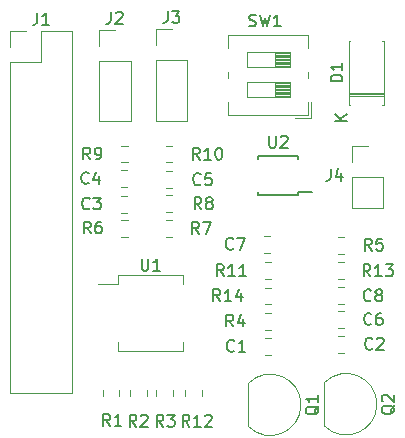
<source format=gto>
G04 #@! TF.GenerationSoftware,KiCad,Pcbnew,(5.1.6)-1*
G04 #@! TF.CreationDate,2022-01-24T22:45:59-06:00*
G04 #@! TF.ProjectId,bassDrum,62617373-4472-4756-9d2e-6b696361645f,rev?*
G04 #@! TF.SameCoordinates,Original*
G04 #@! TF.FileFunction,Legend,Top*
G04 #@! TF.FilePolarity,Positive*
%FSLAX46Y46*%
G04 Gerber Fmt 4.6, Leading zero omitted, Abs format (unit mm)*
G04 Created by KiCad (PCBNEW (5.1.6)-1) date 2022-01-24 22:45:59*
%MOMM*%
%LPD*%
G01*
G04 APERTURE LIST*
%ADD10C,0.120000*%
%ADD11C,0.150000*%
%ADD12R,1.800000X1.800000*%
%ADD13O,1.800000X1.800000*%
%ADD14R,1.600000X1.150000*%
%ADD15O,1.600000X1.150000*%
%ADD16R,1.700000X1.700000*%
%ADD17O,1.700000X1.700000*%
%ADD18R,1.500000X0.400000*%
%ADD19R,2.300000X2.300000*%
%ADD20O,2.300000X2.300000*%
G04 APERTURE END LIST*
D10*
X109063022Y-109424400D02*
X109580178Y-109424400D01*
X109063022Y-110844400D02*
X109580178Y-110844400D01*
X115262922Y-110666600D02*
X115780078Y-110666600D01*
X115262922Y-109246600D02*
X115780078Y-109246600D01*
X96896422Y-98804800D02*
X97413578Y-98804800D01*
X96896422Y-97384800D02*
X97413578Y-97384800D01*
X96894122Y-95225800D02*
X97411278Y-95225800D01*
X96894122Y-96645800D02*
X97411278Y-96645800D01*
X100729522Y-95327400D02*
X101246678Y-95327400D01*
X100729522Y-96747400D02*
X101246678Y-96747400D01*
X115803178Y-107138400D02*
X115286022Y-107138400D01*
X115803178Y-108558400D02*
X115286022Y-108558400D01*
X87519200Y-114055200D02*
X92719200Y-114055200D01*
X87519200Y-86055200D02*
X87519200Y-114055200D01*
X92719200Y-83455200D02*
X92719200Y-114055200D01*
X87519200Y-86055200D02*
X90119200Y-86055200D01*
X90119200Y-86055200D02*
X90119200Y-83455200D01*
X90119200Y-83455200D02*
X92719200Y-83455200D01*
X87519200Y-84785200D02*
X87519200Y-83455200D01*
X87519200Y-83455200D02*
X88849200Y-83455200D01*
X95037600Y-91093600D02*
X97697600Y-91093600D01*
X95037600Y-85953600D02*
X95037600Y-91093600D01*
X97697600Y-85953600D02*
X97697600Y-91093600D01*
X95037600Y-85953600D02*
X97697600Y-85953600D01*
X95037600Y-84683600D02*
X95037600Y-83353600D01*
X95037600Y-83353600D02*
X96367600Y-83353600D01*
X99838200Y-83302800D02*
X101168200Y-83302800D01*
X99838200Y-84632800D02*
X99838200Y-83302800D01*
X99838200Y-85902800D02*
X102498200Y-85902800D01*
X102498200Y-85902800D02*
X102498200Y-91042800D01*
X99838200Y-85902800D02*
X99838200Y-91042800D01*
X99838200Y-91042800D02*
X102498200Y-91042800D01*
X107674800Y-113287400D02*
X107674800Y-116887400D01*
X107686322Y-116925878D02*
G75*
G03*
X112124800Y-115087400I1838478J1838478D01*
G01*
X107686322Y-113248922D02*
G75*
G02*
X112124800Y-115087400I1838478J-1838478D01*
G01*
X114101000Y-113236600D02*
X114101000Y-116836600D01*
X114112522Y-113198122D02*
G75*
G02*
X118551000Y-115036600I1838478J-1838478D01*
G01*
X114112522Y-116875078D02*
G75*
G03*
X118551000Y-115036600I1838478J1838478D01*
G01*
X96747400Y-113812822D02*
X96747400Y-114329978D01*
X95327400Y-113812822D02*
X95327400Y-114329978D01*
X97638800Y-113838222D02*
X97638800Y-114355378D01*
X99058800Y-113838222D02*
X99058800Y-114355378D01*
X101294000Y-113863622D02*
X101294000Y-114380778D01*
X99874000Y-113863622D02*
X99874000Y-114380778D01*
X109088422Y-107290800D02*
X109605578Y-107290800D01*
X109088422Y-108710800D02*
X109605578Y-108710800D01*
X115232922Y-102284600D02*
X115750078Y-102284600D01*
X115232922Y-100864600D02*
X115750078Y-100864600D01*
X96921822Y-100836800D02*
X97438978Y-100836800D01*
X96921822Y-99416800D02*
X97438978Y-99416800D01*
X100655622Y-100862200D02*
X101172778Y-100862200D01*
X100655622Y-99442200D02*
X101172778Y-99442200D01*
X100681022Y-98779400D02*
X101198178Y-98779400D01*
X100681022Y-97359400D02*
X101198178Y-97359400D01*
X96921822Y-93143000D02*
X97438978Y-93143000D01*
X96921822Y-94563000D02*
X97438978Y-94563000D01*
X100729522Y-93143000D02*
X101246678Y-93143000D01*
X100729522Y-94563000D02*
X101246678Y-94563000D01*
X109554778Y-102998200D02*
X109037622Y-102998200D01*
X109554778Y-104418200D02*
X109037622Y-104418200D01*
X102312400Y-114329978D02*
X102312400Y-113812822D01*
X103732400Y-114329978D02*
X103732400Y-113812822D01*
X115780078Y-102998200D02*
X115262922Y-102998200D01*
X115780078Y-104418200D02*
X115262922Y-104418200D01*
X109037622Y-105157200D02*
X109554778Y-105157200D01*
X109037622Y-106577200D02*
X109554778Y-106577200D01*
X112757000Y-90527400D02*
X105936000Y-90527400D01*
X112757000Y-83767400D02*
X105936000Y-83767400D01*
X112757000Y-90527400D02*
X112757000Y-89457400D01*
X112757000Y-87377400D02*
X112757000Y-86866400D01*
X112757000Y-84887400D02*
X112757000Y-83767400D01*
X105936000Y-84887400D02*
X105936000Y-83767400D01*
X105936000Y-90527400D02*
X105936000Y-89407400D01*
X105936000Y-87427400D02*
X105936000Y-86866400D01*
X112997000Y-90767400D02*
X111614000Y-90767400D01*
X112997000Y-90767400D02*
X112997000Y-89457400D01*
X111157000Y-89052400D02*
X111157000Y-87782400D01*
X111157000Y-87782400D02*
X107537000Y-87782400D01*
X107537000Y-87782400D02*
X107537000Y-89052400D01*
X107537000Y-89052400D02*
X111157000Y-89052400D01*
X111157000Y-88932400D02*
X109950333Y-88932400D01*
X111157000Y-88812400D02*
X109950333Y-88812400D01*
X111157000Y-88692400D02*
X109950333Y-88692400D01*
X111157000Y-88572400D02*
X109950333Y-88572400D01*
X111157000Y-88452400D02*
X109950333Y-88452400D01*
X111157000Y-88332400D02*
X109950333Y-88332400D01*
X111157000Y-88212400D02*
X109950333Y-88212400D01*
X111157000Y-88092400D02*
X109950333Y-88092400D01*
X111157000Y-87972400D02*
X109950333Y-87972400D01*
X111157000Y-87852400D02*
X109950333Y-87852400D01*
X109950333Y-89052400D02*
X109950333Y-87782400D01*
X111157000Y-86512400D02*
X111157000Y-85242400D01*
X111157000Y-85242400D02*
X107537000Y-85242400D01*
X107537000Y-85242400D02*
X107537000Y-86512400D01*
X107537000Y-86512400D02*
X111157000Y-86512400D01*
X111157000Y-86392400D02*
X109950333Y-86392400D01*
X111157000Y-86272400D02*
X109950333Y-86272400D01*
X111157000Y-86152400D02*
X109950333Y-86152400D01*
X111157000Y-86032400D02*
X109950333Y-86032400D01*
X111157000Y-85912400D02*
X109950333Y-85912400D01*
X111157000Y-85792400D02*
X109950333Y-85792400D01*
X111157000Y-85672400D02*
X109950333Y-85672400D01*
X111157000Y-85552400D02*
X109950333Y-85552400D01*
X111157000Y-85432400D02*
X109950333Y-85432400D01*
X111157000Y-85312400D02*
X109950333Y-85312400D01*
X109950333Y-86512400D02*
X109950333Y-85242400D01*
D11*
X111860200Y-97331400D02*
X111860200Y-97106400D01*
X108510200Y-97331400D02*
X108510200Y-97031400D01*
X108510200Y-93981400D02*
X108510200Y-94281400D01*
X111860200Y-93981400D02*
X111860200Y-94281400D01*
X111860200Y-97331400D02*
X108510200Y-97331400D01*
X111860200Y-93981400D02*
X108510200Y-93981400D01*
X111860200Y-97106400D02*
X113085200Y-97106400D01*
D10*
X109014522Y-100788400D02*
X109531678Y-100788400D01*
X109014522Y-102208400D02*
X109531678Y-102208400D01*
X115286022Y-106526400D02*
X115803178Y-106526400D01*
X115286022Y-105106400D02*
X115803178Y-105106400D01*
X116182800Y-88909600D02*
X119122800Y-88909600D01*
X116182800Y-88669600D02*
X119122800Y-88669600D01*
X116182800Y-88789600D02*
X119122800Y-88789600D01*
X119122800Y-84249600D02*
X118992800Y-84249600D01*
X119122800Y-89689600D02*
X119122800Y-84249600D01*
X118992800Y-89689600D02*
X119122800Y-89689600D01*
X116182800Y-84249600D02*
X116312800Y-84249600D01*
X116182800Y-89689600D02*
X116182800Y-84249600D01*
X116312800Y-89689600D02*
X116182800Y-89689600D01*
X116449800Y-93208800D02*
X117779800Y-93208800D01*
X116449800Y-94538800D02*
X116449800Y-93208800D01*
X116449800Y-95808800D02*
X119109800Y-95808800D01*
X119109800Y-95808800D02*
X119109800Y-98408800D01*
X116449800Y-95808800D02*
X116449800Y-98408800D01*
X116449800Y-98408800D02*
X119109800Y-98408800D01*
X96630200Y-104850000D02*
X94940200Y-104850000D01*
X96630200Y-104105000D02*
X96630200Y-104850000D01*
X99390200Y-104105000D02*
X96630200Y-104105000D01*
X102150200Y-104105000D02*
X102150200Y-104850000D01*
X99390200Y-104105000D02*
X102150200Y-104105000D01*
X96630200Y-110525000D02*
X96630200Y-109780000D01*
X99390200Y-110525000D02*
X96630200Y-110525000D01*
X102150200Y-110525000D02*
X102150200Y-109780000D01*
X99390200Y-110525000D02*
X102150200Y-110525000D01*
D11*
X106462533Y-110491542D02*
X106414914Y-110539161D01*
X106272057Y-110586780D01*
X106176819Y-110586780D01*
X106033961Y-110539161D01*
X105938723Y-110443923D01*
X105891104Y-110348685D01*
X105843485Y-110158209D01*
X105843485Y-110015352D01*
X105891104Y-109824876D01*
X105938723Y-109729638D01*
X106033961Y-109634400D01*
X106176819Y-109586780D01*
X106272057Y-109586780D01*
X106414914Y-109634400D01*
X106462533Y-109682019D01*
X107414914Y-110586780D02*
X106843485Y-110586780D01*
X107129200Y-110586780D02*
X107129200Y-109586780D01*
X107033961Y-109729638D01*
X106938723Y-109824876D01*
X106843485Y-109872495D01*
X118171933Y-110313742D02*
X118124314Y-110361361D01*
X117981457Y-110408980D01*
X117886219Y-110408980D01*
X117743361Y-110361361D01*
X117648123Y-110266123D01*
X117600504Y-110170885D01*
X117552885Y-109980409D01*
X117552885Y-109837552D01*
X117600504Y-109647076D01*
X117648123Y-109551838D01*
X117743361Y-109456600D01*
X117886219Y-109408980D01*
X117981457Y-109408980D01*
X118124314Y-109456600D01*
X118171933Y-109504219D01*
X118552885Y-109504219D02*
X118600504Y-109456600D01*
X118695742Y-109408980D01*
X118933838Y-109408980D01*
X119029076Y-109456600D01*
X119076695Y-109504219D01*
X119124314Y-109599457D01*
X119124314Y-109694695D01*
X119076695Y-109837552D01*
X118505266Y-110408980D01*
X119124314Y-110408980D01*
X94222033Y-98451942D02*
X94174414Y-98499561D01*
X94031557Y-98547180D01*
X93936319Y-98547180D01*
X93793461Y-98499561D01*
X93698223Y-98404323D01*
X93650604Y-98309085D01*
X93602985Y-98118609D01*
X93602985Y-97975752D01*
X93650604Y-97785276D01*
X93698223Y-97690038D01*
X93793461Y-97594800D01*
X93936319Y-97547180D01*
X94031557Y-97547180D01*
X94174414Y-97594800D01*
X94222033Y-97642419D01*
X94555366Y-97547180D02*
X95174414Y-97547180D01*
X94841080Y-97928133D01*
X94983938Y-97928133D01*
X95079176Y-97975752D01*
X95126795Y-98023371D01*
X95174414Y-98118609D01*
X95174414Y-98356704D01*
X95126795Y-98451942D01*
X95079176Y-98499561D01*
X94983938Y-98547180D01*
X94698223Y-98547180D01*
X94602985Y-98499561D01*
X94555366Y-98451942D01*
X94143533Y-96292942D02*
X94095914Y-96340561D01*
X93953057Y-96388180D01*
X93857819Y-96388180D01*
X93714961Y-96340561D01*
X93619723Y-96245323D01*
X93572104Y-96150085D01*
X93524485Y-95959609D01*
X93524485Y-95816752D01*
X93572104Y-95626276D01*
X93619723Y-95531038D01*
X93714961Y-95435800D01*
X93857819Y-95388180D01*
X93953057Y-95388180D01*
X94095914Y-95435800D01*
X94143533Y-95483419D01*
X95000676Y-95721514D02*
X95000676Y-96388180D01*
X94762580Y-95340561D02*
X94524485Y-96054847D01*
X95143533Y-96054847D01*
X103617733Y-96394542D02*
X103570114Y-96442161D01*
X103427257Y-96489780D01*
X103332019Y-96489780D01*
X103189161Y-96442161D01*
X103093923Y-96346923D01*
X103046304Y-96251685D01*
X102998685Y-96061209D01*
X102998685Y-95918352D01*
X103046304Y-95727876D01*
X103093923Y-95632638D01*
X103189161Y-95537400D01*
X103332019Y-95489780D01*
X103427257Y-95489780D01*
X103570114Y-95537400D01*
X103617733Y-95585019D01*
X104522495Y-95489780D02*
X104046304Y-95489780D01*
X103998685Y-95965971D01*
X104046304Y-95918352D01*
X104141542Y-95870733D01*
X104379638Y-95870733D01*
X104474876Y-95918352D01*
X104522495Y-95965971D01*
X104570114Y-96061209D01*
X104570114Y-96299304D01*
X104522495Y-96394542D01*
X104474876Y-96442161D01*
X104379638Y-96489780D01*
X104141542Y-96489780D01*
X104046304Y-96442161D01*
X103998685Y-96394542D01*
X118083033Y-108230942D02*
X118035414Y-108278561D01*
X117892557Y-108326180D01*
X117797319Y-108326180D01*
X117654461Y-108278561D01*
X117559223Y-108183323D01*
X117511604Y-108088085D01*
X117463985Y-107897609D01*
X117463985Y-107754752D01*
X117511604Y-107564276D01*
X117559223Y-107469038D01*
X117654461Y-107373800D01*
X117797319Y-107326180D01*
X117892557Y-107326180D01*
X118035414Y-107373800D01*
X118083033Y-107421419D01*
X118940176Y-107326180D02*
X118749700Y-107326180D01*
X118654461Y-107373800D01*
X118606842Y-107421419D01*
X118511604Y-107564276D01*
X118463985Y-107754752D01*
X118463985Y-108135704D01*
X118511604Y-108230942D01*
X118559223Y-108278561D01*
X118654461Y-108326180D01*
X118844938Y-108326180D01*
X118940176Y-108278561D01*
X118987795Y-108230942D01*
X119035414Y-108135704D01*
X119035414Y-107897609D01*
X118987795Y-107802371D01*
X118940176Y-107754752D01*
X118844938Y-107707133D01*
X118654461Y-107707133D01*
X118559223Y-107754752D01*
X118511604Y-107802371D01*
X118463985Y-107897609D01*
X89785866Y-81907580D02*
X89785866Y-82621866D01*
X89738247Y-82764723D01*
X89643009Y-82859961D01*
X89500152Y-82907580D01*
X89404914Y-82907580D01*
X90785866Y-82907580D02*
X90214438Y-82907580D01*
X90500152Y-82907580D02*
X90500152Y-81907580D01*
X90404914Y-82050438D01*
X90309676Y-82145676D01*
X90214438Y-82193295D01*
X96034266Y-81805980D02*
X96034266Y-82520266D01*
X95986647Y-82663123D01*
X95891409Y-82758361D01*
X95748552Y-82805980D01*
X95653314Y-82805980D01*
X96462838Y-81901219D02*
X96510457Y-81853600D01*
X96605695Y-81805980D01*
X96843790Y-81805980D01*
X96939028Y-81853600D01*
X96986647Y-81901219D01*
X97034266Y-81996457D01*
X97034266Y-82091695D01*
X96986647Y-82234552D01*
X96415219Y-82805980D01*
X97034266Y-82805980D01*
X100834866Y-81755180D02*
X100834866Y-82469466D01*
X100787247Y-82612323D01*
X100692009Y-82707561D01*
X100549152Y-82755180D01*
X100453914Y-82755180D01*
X101215819Y-81755180D02*
X101834866Y-81755180D01*
X101501533Y-82136133D01*
X101644390Y-82136133D01*
X101739628Y-82183752D01*
X101787247Y-82231371D01*
X101834866Y-82326609D01*
X101834866Y-82564704D01*
X101787247Y-82659942D01*
X101739628Y-82707561D01*
X101644390Y-82755180D01*
X101358676Y-82755180D01*
X101263438Y-82707561D01*
X101215819Y-82659942D01*
X113632419Y-115182638D02*
X113584800Y-115277876D01*
X113489561Y-115373114D01*
X113346704Y-115515971D01*
X113299085Y-115611209D01*
X113299085Y-115706447D01*
X113537180Y-115658828D02*
X113489561Y-115754066D01*
X113394323Y-115849304D01*
X113203847Y-115896923D01*
X112870514Y-115896923D01*
X112680038Y-115849304D01*
X112584800Y-115754066D01*
X112537180Y-115658828D01*
X112537180Y-115468352D01*
X112584800Y-115373114D01*
X112680038Y-115277876D01*
X112870514Y-115230257D01*
X113203847Y-115230257D01*
X113394323Y-115277876D01*
X113489561Y-115373114D01*
X113537180Y-115468352D01*
X113537180Y-115658828D01*
X113537180Y-114277876D02*
X113537180Y-114849304D01*
X113537180Y-114563590D02*
X112537180Y-114563590D01*
X112680038Y-114658828D01*
X112775276Y-114754066D01*
X112822895Y-114849304D01*
X120058619Y-115131838D02*
X120011000Y-115227076D01*
X119915761Y-115322314D01*
X119772904Y-115465171D01*
X119725285Y-115560409D01*
X119725285Y-115655647D01*
X119963380Y-115608028D02*
X119915761Y-115703266D01*
X119820523Y-115798504D01*
X119630047Y-115846123D01*
X119296714Y-115846123D01*
X119106238Y-115798504D01*
X119011000Y-115703266D01*
X118963380Y-115608028D01*
X118963380Y-115417552D01*
X119011000Y-115322314D01*
X119106238Y-115227076D01*
X119296714Y-115179457D01*
X119630047Y-115179457D01*
X119820523Y-115227076D01*
X119915761Y-115322314D01*
X119963380Y-115417552D01*
X119963380Y-115608028D01*
X119058619Y-114798504D02*
X119011000Y-114750885D01*
X118963380Y-114655647D01*
X118963380Y-114417552D01*
X119011000Y-114322314D01*
X119058619Y-114274695D01*
X119153857Y-114227076D01*
X119249095Y-114227076D01*
X119391952Y-114274695D01*
X119963380Y-114846123D01*
X119963380Y-114227076D01*
X95972333Y-116860580D02*
X95639000Y-116384390D01*
X95400904Y-116860580D02*
X95400904Y-115860580D01*
X95781857Y-115860580D01*
X95877095Y-115908200D01*
X95924714Y-115955819D01*
X95972333Y-116051057D01*
X95972333Y-116193914D01*
X95924714Y-116289152D01*
X95877095Y-116336771D01*
X95781857Y-116384390D01*
X95400904Y-116384390D01*
X96924714Y-116860580D02*
X96353285Y-116860580D01*
X96639000Y-116860580D02*
X96639000Y-115860580D01*
X96543761Y-116003438D01*
X96448523Y-116098676D01*
X96353285Y-116146295D01*
X98182133Y-116936780D02*
X97848800Y-116460590D01*
X97610704Y-116936780D02*
X97610704Y-115936780D01*
X97991657Y-115936780D01*
X98086895Y-115984400D01*
X98134514Y-116032019D01*
X98182133Y-116127257D01*
X98182133Y-116270114D01*
X98134514Y-116365352D01*
X98086895Y-116412971D01*
X97991657Y-116460590D01*
X97610704Y-116460590D01*
X98563085Y-116032019D02*
X98610704Y-115984400D01*
X98705942Y-115936780D01*
X98944038Y-115936780D01*
X99039276Y-115984400D01*
X99086895Y-116032019D01*
X99134514Y-116127257D01*
X99134514Y-116222495D01*
X99086895Y-116365352D01*
X98515466Y-116936780D01*
X99134514Y-116936780D01*
X100468133Y-116936780D02*
X100134800Y-116460590D01*
X99896704Y-116936780D02*
X99896704Y-115936780D01*
X100277657Y-115936780D01*
X100372895Y-115984400D01*
X100420514Y-116032019D01*
X100468133Y-116127257D01*
X100468133Y-116270114D01*
X100420514Y-116365352D01*
X100372895Y-116412971D01*
X100277657Y-116460590D01*
X99896704Y-116460590D01*
X100801466Y-115936780D02*
X101420514Y-115936780D01*
X101087180Y-116317733D01*
X101230038Y-116317733D01*
X101325276Y-116365352D01*
X101372895Y-116412971D01*
X101420514Y-116508209D01*
X101420514Y-116746304D01*
X101372895Y-116841542D01*
X101325276Y-116889161D01*
X101230038Y-116936780D01*
X100944323Y-116936780D01*
X100849085Y-116889161D01*
X100801466Y-116841542D01*
X106386333Y-108453180D02*
X106053000Y-107976990D01*
X105814904Y-108453180D02*
X105814904Y-107453180D01*
X106195857Y-107453180D01*
X106291095Y-107500800D01*
X106338714Y-107548419D01*
X106386333Y-107643657D01*
X106386333Y-107786514D01*
X106338714Y-107881752D01*
X106291095Y-107929371D01*
X106195857Y-107976990D01*
X105814904Y-107976990D01*
X107243476Y-107786514D02*
X107243476Y-108453180D01*
X107005380Y-107405561D02*
X106767285Y-108119847D01*
X107386333Y-108119847D01*
X118095733Y-102026980D02*
X117762400Y-101550790D01*
X117524304Y-102026980D02*
X117524304Y-101026980D01*
X117905257Y-101026980D01*
X118000495Y-101074600D01*
X118048114Y-101122219D01*
X118095733Y-101217457D01*
X118095733Y-101360314D01*
X118048114Y-101455552D01*
X118000495Y-101503171D01*
X117905257Y-101550790D01*
X117524304Y-101550790D01*
X119000495Y-101026980D02*
X118524304Y-101026980D01*
X118476685Y-101503171D01*
X118524304Y-101455552D01*
X118619542Y-101407933D01*
X118857638Y-101407933D01*
X118952876Y-101455552D01*
X119000495Y-101503171D01*
X119048114Y-101598409D01*
X119048114Y-101836504D01*
X119000495Y-101931742D01*
X118952876Y-101979361D01*
X118857638Y-102026980D01*
X118619542Y-102026980D01*
X118524304Y-101979361D01*
X118476685Y-101931742D01*
X94321333Y-100579180D02*
X93988000Y-100102990D01*
X93749904Y-100579180D02*
X93749904Y-99579180D01*
X94130857Y-99579180D01*
X94226095Y-99626800D01*
X94273714Y-99674419D01*
X94321333Y-99769657D01*
X94321333Y-99912514D01*
X94273714Y-100007752D01*
X94226095Y-100055371D01*
X94130857Y-100102990D01*
X93749904Y-100102990D01*
X95178476Y-99579180D02*
X94988000Y-99579180D01*
X94892761Y-99626800D01*
X94845142Y-99674419D01*
X94749904Y-99817276D01*
X94702285Y-100007752D01*
X94702285Y-100388704D01*
X94749904Y-100483942D01*
X94797523Y-100531561D01*
X94892761Y-100579180D01*
X95083238Y-100579180D01*
X95178476Y-100531561D01*
X95226095Y-100483942D01*
X95273714Y-100388704D01*
X95273714Y-100150609D01*
X95226095Y-100055371D01*
X95178476Y-100007752D01*
X95083238Y-99960133D01*
X94892761Y-99960133D01*
X94797523Y-100007752D01*
X94749904Y-100055371D01*
X94702285Y-100150609D01*
X103488433Y-100604580D02*
X103155100Y-100128390D01*
X102917004Y-100604580D02*
X102917004Y-99604580D01*
X103297957Y-99604580D01*
X103393195Y-99652200D01*
X103440814Y-99699819D01*
X103488433Y-99795057D01*
X103488433Y-99937914D01*
X103440814Y-100033152D01*
X103393195Y-100080771D01*
X103297957Y-100128390D01*
X102917004Y-100128390D01*
X103821766Y-99604580D02*
X104488433Y-99604580D01*
X104059861Y-100604580D01*
X103693933Y-98521780D02*
X103360600Y-98045590D01*
X103122504Y-98521780D02*
X103122504Y-97521780D01*
X103503457Y-97521780D01*
X103598695Y-97569400D01*
X103646314Y-97617019D01*
X103693933Y-97712257D01*
X103693933Y-97855114D01*
X103646314Y-97950352D01*
X103598695Y-97997971D01*
X103503457Y-98045590D01*
X103122504Y-98045590D01*
X104265361Y-97950352D02*
X104170123Y-97902733D01*
X104122504Y-97855114D01*
X104074885Y-97759876D01*
X104074885Y-97712257D01*
X104122504Y-97617019D01*
X104170123Y-97569400D01*
X104265361Y-97521780D01*
X104455838Y-97521780D01*
X104551076Y-97569400D01*
X104598695Y-97617019D01*
X104646314Y-97712257D01*
X104646314Y-97759876D01*
X104598695Y-97855114D01*
X104551076Y-97902733D01*
X104455838Y-97950352D01*
X104265361Y-97950352D01*
X104170123Y-97997971D01*
X104122504Y-98045590D01*
X104074885Y-98140828D01*
X104074885Y-98331304D01*
X104122504Y-98426542D01*
X104170123Y-98474161D01*
X104265361Y-98521780D01*
X104455838Y-98521780D01*
X104551076Y-98474161D01*
X104598695Y-98426542D01*
X104646314Y-98331304D01*
X104646314Y-98140828D01*
X104598695Y-98045590D01*
X104551076Y-97997971D01*
X104455838Y-97950352D01*
X94270533Y-94305380D02*
X93937200Y-93829190D01*
X93699104Y-94305380D02*
X93699104Y-93305380D01*
X94080057Y-93305380D01*
X94175295Y-93353000D01*
X94222914Y-93400619D01*
X94270533Y-93495857D01*
X94270533Y-93638714D01*
X94222914Y-93733952D01*
X94175295Y-93781571D01*
X94080057Y-93829190D01*
X93699104Y-93829190D01*
X94746723Y-94305380D02*
X94937200Y-94305380D01*
X95032438Y-94257761D01*
X95080057Y-94210142D01*
X95175295Y-94067285D01*
X95222914Y-93876809D01*
X95222914Y-93495857D01*
X95175295Y-93400619D01*
X95127676Y-93353000D01*
X95032438Y-93305380D01*
X94841961Y-93305380D01*
X94746723Y-93353000D01*
X94699104Y-93400619D01*
X94651485Y-93495857D01*
X94651485Y-93733952D01*
X94699104Y-93829190D01*
X94746723Y-93876809D01*
X94841961Y-93924428D01*
X95032438Y-93924428D01*
X95127676Y-93876809D01*
X95175295Y-93829190D01*
X95222914Y-93733952D01*
X103547942Y-94330780D02*
X103214609Y-93854590D01*
X102976514Y-94330780D02*
X102976514Y-93330780D01*
X103357466Y-93330780D01*
X103452704Y-93378400D01*
X103500323Y-93426019D01*
X103547942Y-93521257D01*
X103547942Y-93664114D01*
X103500323Y-93759352D01*
X103452704Y-93806971D01*
X103357466Y-93854590D01*
X102976514Y-93854590D01*
X104500323Y-94330780D02*
X103928895Y-94330780D01*
X104214609Y-94330780D02*
X104214609Y-93330780D01*
X104119371Y-93473638D01*
X104024133Y-93568876D01*
X103928895Y-93616495D01*
X105119371Y-93330780D02*
X105214609Y-93330780D01*
X105309847Y-93378400D01*
X105357466Y-93426019D01*
X105405085Y-93521257D01*
X105452704Y-93711733D01*
X105452704Y-93949828D01*
X105405085Y-94140304D01*
X105357466Y-94235542D01*
X105309847Y-94283161D01*
X105214609Y-94330780D01*
X105119371Y-94330780D01*
X105024133Y-94283161D01*
X104976514Y-94235542D01*
X104928895Y-94140304D01*
X104881276Y-93949828D01*
X104881276Y-93711733D01*
X104928895Y-93521257D01*
X104976514Y-93426019D01*
X105024133Y-93378400D01*
X105119371Y-93330780D01*
X105579942Y-104185980D02*
X105246609Y-103709790D01*
X105008514Y-104185980D02*
X105008514Y-103185980D01*
X105389466Y-103185980D01*
X105484704Y-103233600D01*
X105532323Y-103281219D01*
X105579942Y-103376457D01*
X105579942Y-103519314D01*
X105532323Y-103614552D01*
X105484704Y-103662171D01*
X105389466Y-103709790D01*
X105008514Y-103709790D01*
X106532323Y-104185980D02*
X105960895Y-104185980D01*
X106246609Y-104185980D02*
X106246609Y-103185980D01*
X106151371Y-103328838D01*
X106056133Y-103424076D01*
X105960895Y-103471695D01*
X107484704Y-104185980D02*
X106913276Y-104185980D01*
X107198990Y-104185980D02*
X107198990Y-103185980D01*
X107103752Y-103328838D01*
X107008514Y-103424076D01*
X106913276Y-103471695D01*
X102684342Y-116936780D02*
X102351009Y-116460590D01*
X102112914Y-116936780D02*
X102112914Y-115936780D01*
X102493866Y-115936780D01*
X102589104Y-115984400D01*
X102636723Y-116032019D01*
X102684342Y-116127257D01*
X102684342Y-116270114D01*
X102636723Y-116365352D01*
X102589104Y-116412971D01*
X102493866Y-116460590D01*
X102112914Y-116460590D01*
X103636723Y-116936780D02*
X103065295Y-116936780D01*
X103351009Y-116936780D02*
X103351009Y-115936780D01*
X103255771Y-116079638D01*
X103160533Y-116174876D01*
X103065295Y-116222495D01*
X104017676Y-116032019D02*
X104065295Y-115984400D01*
X104160533Y-115936780D01*
X104398628Y-115936780D01*
X104493866Y-115984400D01*
X104541485Y-116032019D01*
X104589104Y-116127257D01*
X104589104Y-116222495D01*
X104541485Y-116365352D01*
X103970057Y-116936780D01*
X104589104Y-116936780D01*
X118000542Y-104198680D02*
X117667209Y-103722490D01*
X117429114Y-104198680D02*
X117429114Y-103198680D01*
X117810066Y-103198680D01*
X117905304Y-103246300D01*
X117952923Y-103293919D01*
X118000542Y-103389157D01*
X118000542Y-103532014D01*
X117952923Y-103627252D01*
X117905304Y-103674871D01*
X117810066Y-103722490D01*
X117429114Y-103722490D01*
X118952923Y-104198680D02*
X118381495Y-104198680D01*
X118667209Y-104198680D02*
X118667209Y-103198680D01*
X118571971Y-103341538D01*
X118476733Y-103436776D01*
X118381495Y-103484395D01*
X119286257Y-103198680D02*
X119905304Y-103198680D01*
X119571971Y-103579633D01*
X119714828Y-103579633D01*
X119810066Y-103627252D01*
X119857685Y-103674871D01*
X119905304Y-103770109D01*
X119905304Y-104008204D01*
X119857685Y-104103442D01*
X119810066Y-104151061D01*
X119714828Y-104198680D01*
X119429114Y-104198680D01*
X119333876Y-104151061D01*
X119286257Y-104103442D01*
X105275142Y-106294180D02*
X104941809Y-105817990D01*
X104703714Y-106294180D02*
X104703714Y-105294180D01*
X105084666Y-105294180D01*
X105179904Y-105341800D01*
X105227523Y-105389419D01*
X105275142Y-105484657D01*
X105275142Y-105627514D01*
X105227523Y-105722752D01*
X105179904Y-105770371D01*
X105084666Y-105817990D01*
X104703714Y-105817990D01*
X106227523Y-106294180D02*
X105656095Y-106294180D01*
X105941809Y-106294180D02*
X105941809Y-105294180D01*
X105846571Y-105437038D01*
X105751333Y-105532276D01*
X105656095Y-105579895D01*
X107084666Y-105627514D02*
X107084666Y-106294180D01*
X106846571Y-105246561D02*
X106608476Y-105960847D01*
X107227523Y-105960847D01*
X107734266Y-83005561D02*
X107877123Y-83053180D01*
X108115219Y-83053180D01*
X108210457Y-83005561D01*
X108258076Y-82957942D01*
X108305695Y-82862704D01*
X108305695Y-82767466D01*
X108258076Y-82672228D01*
X108210457Y-82624609D01*
X108115219Y-82576990D01*
X107924742Y-82529371D01*
X107829504Y-82481752D01*
X107781885Y-82434133D01*
X107734266Y-82338895D01*
X107734266Y-82243657D01*
X107781885Y-82148419D01*
X107829504Y-82100800D01*
X107924742Y-82053180D01*
X108162838Y-82053180D01*
X108305695Y-82100800D01*
X108639028Y-82053180D02*
X108877123Y-83053180D01*
X109067600Y-82338895D01*
X109258076Y-83053180D01*
X109496171Y-82053180D01*
X110400933Y-83053180D02*
X109829504Y-83053180D01*
X110115219Y-83053180D02*
X110115219Y-82053180D01*
X110019980Y-82196038D01*
X109924742Y-82291276D01*
X109829504Y-82338895D01*
X109423295Y-92314780D02*
X109423295Y-93124304D01*
X109470914Y-93219542D01*
X109518533Y-93267161D01*
X109613771Y-93314780D01*
X109804247Y-93314780D01*
X109899485Y-93267161D01*
X109947104Y-93219542D01*
X109994723Y-93124304D01*
X109994723Y-92314780D01*
X110423295Y-92410019D02*
X110470914Y-92362400D01*
X110566152Y-92314780D01*
X110804247Y-92314780D01*
X110899485Y-92362400D01*
X110947104Y-92410019D01*
X110994723Y-92505257D01*
X110994723Y-92600495D01*
X110947104Y-92743352D01*
X110375676Y-93314780D01*
X110994723Y-93314780D01*
X106383632Y-101845741D02*
X106336013Y-101893360D01*
X106193156Y-101940979D01*
X106097918Y-101940979D01*
X105955060Y-101893360D01*
X105859822Y-101798122D01*
X105812203Y-101702884D01*
X105764584Y-101512408D01*
X105764584Y-101369551D01*
X105812203Y-101179075D01*
X105859822Y-101083837D01*
X105955060Y-100988599D01*
X106097918Y-100940979D01*
X106193156Y-100940979D01*
X106336013Y-100988599D01*
X106383632Y-101036218D01*
X106716965Y-100940979D02*
X107383632Y-100940979D01*
X106955060Y-101940979D01*
X118044933Y-106224342D02*
X117997314Y-106271961D01*
X117854457Y-106319580D01*
X117759219Y-106319580D01*
X117616361Y-106271961D01*
X117521123Y-106176723D01*
X117473504Y-106081485D01*
X117425885Y-105891009D01*
X117425885Y-105748152D01*
X117473504Y-105557676D01*
X117521123Y-105462438D01*
X117616361Y-105367200D01*
X117759219Y-105319580D01*
X117854457Y-105319580D01*
X117997314Y-105367200D01*
X118044933Y-105414819D01*
X118616361Y-105748152D02*
X118521123Y-105700533D01*
X118473504Y-105652914D01*
X118425885Y-105557676D01*
X118425885Y-105510057D01*
X118473504Y-105414819D01*
X118521123Y-105367200D01*
X118616361Y-105319580D01*
X118806838Y-105319580D01*
X118902076Y-105367200D01*
X118949695Y-105414819D01*
X118997314Y-105510057D01*
X118997314Y-105557676D01*
X118949695Y-105652914D01*
X118902076Y-105700533D01*
X118806838Y-105748152D01*
X118616361Y-105748152D01*
X118521123Y-105795771D01*
X118473504Y-105843390D01*
X118425885Y-105938628D01*
X118425885Y-106129104D01*
X118473504Y-106224342D01*
X118521123Y-106271961D01*
X118616361Y-106319580D01*
X118806838Y-106319580D01*
X118902076Y-106271961D01*
X118949695Y-106224342D01*
X118997314Y-106129104D01*
X118997314Y-105938628D01*
X118949695Y-105843390D01*
X118902076Y-105795771D01*
X118806838Y-105748152D01*
X115635180Y-87707695D02*
X114635180Y-87707695D01*
X114635180Y-87469600D01*
X114682800Y-87326742D01*
X114778038Y-87231504D01*
X114873276Y-87183885D01*
X115063752Y-87136266D01*
X115206609Y-87136266D01*
X115397085Y-87183885D01*
X115492323Y-87231504D01*
X115587561Y-87326742D01*
X115635180Y-87469600D01*
X115635180Y-87707695D01*
X115635180Y-86183885D02*
X115635180Y-86755314D01*
X115635180Y-86469600D02*
X114635180Y-86469600D01*
X114778038Y-86564838D01*
X114873276Y-86660076D01*
X114920895Y-86755314D01*
X116005180Y-91041504D02*
X115005180Y-91041504D01*
X116005180Y-90470076D02*
X115433752Y-90898647D01*
X115005180Y-90470076D02*
X115576609Y-91041504D01*
X114627066Y-95108780D02*
X114627066Y-95823066D01*
X114579447Y-95965923D01*
X114484209Y-96061161D01*
X114341352Y-96108780D01*
X114246114Y-96108780D01*
X115531828Y-95442114D02*
X115531828Y-96108780D01*
X115293733Y-95061161D02*
X115055638Y-95775447D01*
X115674685Y-95775447D01*
X98628295Y-102717380D02*
X98628295Y-103526904D01*
X98675914Y-103622142D01*
X98723533Y-103669761D01*
X98818771Y-103717380D01*
X99009247Y-103717380D01*
X99104485Y-103669761D01*
X99152104Y-103622142D01*
X99199723Y-103526904D01*
X99199723Y-102717380D01*
X100199723Y-103717380D02*
X99628295Y-103717380D01*
X99914009Y-103717380D02*
X99914009Y-102717380D01*
X99818771Y-102860238D01*
X99723533Y-102955476D01*
X99628295Y-103003095D01*
%LPC*%
G36*
G01*
X107846600Y-110615650D02*
X107846600Y-109653150D01*
G75*
G02*
X108115350Y-109384400I268750J0D01*
G01*
X108652850Y-109384400D01*
G75*
G02*
X108921600Y-109653150I0J-268750D01*
G01*
X108921600Y-110615650D01*
G75*
G02*
X108652850Y-110884400I-268750J0D01*
G01*
X108115350Y-110884400D01*
G75*
G02*
X107846600Y-110615650I0J268750D01*
G01*
G37*
G36*
G01*
X109721600Y-110615650D02*
X109721600Y-109653150D01*
G75*
G02*
X109990350Y-109384400I268750J0D01*
G01*
X110527850Y-109384400D01*
G75*
G02*
X110796600Y-109653150I0J-268750D01*
G01*
X110796600Y-110615650D01*
G75*
G02*
X110527850Y-110884400I-268750J0D01*
G01*
X109990350Y-110884400D01*
G75*
G02*
X109721600Y-110615650I0J268750D01*
G01*
G37*
G36*
G01*
X115921500Y-110437850D02*
X115921500Y-109475350D01*
G75*
G02*
X116190250Y-109206600I268750J0D01*
G01*
X116727750Y-109206600D01*
G75*
G02*
X116996500Y-109475350I0J-268750D01*
G01*
X116996500Y-110437850D01*
G75*
G02*
X116727750Y-110706600I-268750J0D01*
G01*
X116190250Y-110706600D01*
G75*
G02*
X115921500Y-110437850I0J268750D01*
G01*
G37*
G36*
G01*
X114046500Y-110437850D02*
X114046500Y-109475350D01*
G75*
G02*
X114315250Y-109206600I268750J0D01*
G01*
X114852750Y-109206600D01*
G75*
G02*
X115121500Y-109475350I0J-268750D01*
G01*
X115121500Y-110437850D01*
G75*
G02*
X114852750Y-110706600I-268750J0D01*
G01*
X114315250Y-110706600D01*
G75*
G02*
X114046500Y-110437850I0J268750D01*
G01*
G37*
G36*
G01*
X97555000Y-98576050D02*
X97555000Y-97613550D01*
G75*
G02*
X97823750Y-97344800I268750J0D01*
G01*
X98361250Y-97344800D01*
G75*
G02*
X98630000Y-97613550I0J-268750D01*
G01*
X98630000Y-98576050D01*
G75*
G02*
X98361250Y-98844800I-268750J0D01*
G01*
X97823750Y-98844800D01*
G75*
G02*
X97555000Y-98576050I0J268750D01*
G01*
G37*
G36*
G01*
X95680000Y-98576050D02*
X95680000Y-97613550D01*
G75*
G02*
X95948750Y-97344800I268750J0D01*
G01*
X96486250Y-97344800D01*
G75*
G02*
X96755000Y-97613550I0J-268750D01*
G01*
X96755000Y-98576050D01*
G75*
G02*
X96486250Y-98844800I-268750J0D01*
G01*
X95948750Y-98844800D01*
G75*
G02*
X95680000Y-98576050I0J268750D01*
G01*
G37*
G36*
G01*
X95677700Y-96417050D02*
X95677700Y-95454550D01*
G75*
G02*
X95946450Y-95185800I268750J0D01*
G01*
X96483950Y-95185800D01*
G75*
G02*
X96752700Y-95454550I0J-268750D01*
G01*
X96752700Y-96417050D01*
G75*
G02*
X96483950Y-96685800I-268750J0D01*
G01*
X95946450Y-96685800D01*
G75*
G02*
X95677700Y-96417050I0J268750D01*
G01*
G37*
G36*
G01*
X97552700Y-96417050D02*
X97552700Y-95454550D01*
G75*
G02*
X97821450Y-95185800I268750J0D01*
G01*
X98358950Y-95185800D01*
G75*
G02*
X98627700Y-95454550I0J-268750D01*
G01*
X98627700Y-96417050D01*
G75*
G02*
X98358950Y-96685800I-268750J0D01*
G01*
X97821450Y-96685800D01*
G75*
G02*
X97552700Y-96417050I0J268750D01*
G01*
G37*
G36*
G01*
X99513100Y-96518650D02*
X99513100Y-95556150D01*
G75*
G02*
X99781850Y-95287400I268750J0D01*
G01*
X100319350Y-95287400D01*
G75*
G02*
X100588100Y-95556150I0J-268750D01*
G01*
X100588100Y-96518650D01*
G75*
G02*
X100319350Y-96787400I-268750J0D01*
G01*
X99781850Y-96787400D01*
G75*
G02*
X99513100Y-96518650I0J268750D01*
G01*
G37*
G36*
G01*
X101388100Y-96518650D02*
X101388100Y-95556150D01*
G75*
G02*
X101656850Y-95287400I268750J0D01*
G01*
X102194350Y-95287400D01*
G75*
G02*
X102463100Y-95556150I0J-268750D01*
G01*
X102463100Y-96518650D01*
G75*
G02*
X102194350Y-96787400I-268750J0D01*
G01*
X101656850Y-96787400D01*
G75*
G02*
X101388100Y-96518650I0J268750D01*
G01*
G37*
G36*
G01*
X115144600Y-107367150D02*
X115144600Y-108329650D01*
G75*
G02*
X114875850Y-108598400I-268750J0D01*
G01*
X114338350Y-108598400D01*
G75*
G02*
X114069600Y-108329650I0J268750D01*
G01*
X114069600Y-107367150D01*
G75*
G02*
X114338350Y-107098400I268750J0D01*
G01*
X114875850Y-107098400D01*
G75*
G02*
X115144600Y-107367150I0J-268750D01*
G01*
G37*
G36*
G01*
X117019600Y-107367150D02*
X117019600Y-108329650D01*
G75*
G02*
X116750850Y-108598400I-268750J0D01*
G01*
X116213350Y-108598400D01*
G75*
G02*
X115944600Y-108329650I0J268750D01*
G01*
X115944600Y-107367150D01*
G75*
G02*
X116213350Y-107098400I268750J0D01*
G01*
X116750850Y-107098400D01*
G75*
G02*
X117019600Y-107367150I0J-268750D01*
G01*
G37*
D12*
X88849200Y-84785200D03*
D13*
X91389200Y-84785200D03*
X88849200Y-87325200D03*
X91389200Y-87325200D03*
X88849200Y-89865200D03*
X91389200Y-89865200D03*
X88849200Y-92405200D03*
X91389200Y-92405200D03*
X88849200Y-94945200D03*
X91389200Y-94945200D03*
X88849200Y-97485200D03*
X91389200Y-97485200D03*
X88849200Y-100025200D03*
X91389200Y-100025200D03*
X88849200Y-102565200D03*
X91389200Y-102565200D03*
X88849200Y-105105200D03*
X91389200Y-105105200D03*
X88849200Y-107645200D03*
X91389200Y-107645200D03*
X88849200Y-110185200D03*
X91389200Y-110185200D03*
X88849200Y-112725200D03*
X91389200Y-112725200D03*
D12*
X96367600Y-84683600D03*
D13*
X96367600Y-87223600D03*
X96367600Y-89763600D03*
X101168200Y-89712800D03*
X101168200Y-87172800D03*
D12*
X101168200Y-84632800D03*
D14*
X109524800Y-113817400D03*
D15*
X109524800Y-116357400D03*
X109524800Y-115087400D03*
X115951000Y-115036600D03*
X115951000Y-116306600D03*
D14*
X115951000Y-113766600D03*
G36*
G01*
X95556150Y-112596400D02*
X96518650Y-112596400D01*
G75*
G02*
X96787400Y-112865150I0J-268750D01*
G01*
X96787400Y-113402650D01*
G75*
G02*
X96518650Y-113671400I-268750J0D01*
G01*
X95556150Y-113671400D01*
G75*
G02*
X95287400Y-113402650I0J268750D01*
G01*
X95287400Y-112865150D01*
G75*
G02*
X95556150Y-112596400I268750J0D01*
G01*
G37*
G36*
G01*
X95556150Y-114471400D02*
X96518650Y-114471400D01*
G75*
G02*
X96787400Y-114740150I0J-268750D01*
G01*
X96787400Y-115277650D01*
G75*
G02*
X96518650Y-115546400I-268750J0D01*
G01*
X95556150Y-115546400D01*
G75*
G02*
X95287400Y-115277650I0J268750D01*
G01*
X95287400Y-114740150D01*
G75*
G02*
X95556150Y-114471400I268750J0D01*
G01*
G37*
G36*
G01*
X97867550Y-114496800D02*
X98830050Y-114496800D01*
G75*
G02*
X99098800Y-114765550I0J-268750D01*
G01*
X99098800Y-115303050D01*
G75*
G02*
X98830050Y-115571800I-268750J0D01*
G01*
X97867550Y-115571800D01*
G75*
G02*
X97598800Y-115303050I0J268750D01*
G01*
X97598800Y-114765550D01*
G75*
G02*
X97867550Y-114496800I268750J0D01*
G01*
G37*
G36*
G01*
X97867550Y-112621800D02*
X98830050Y-112621800D01*
G75*
G02*
X99098800Y-112890550I0J-268750D01*
G01*
X99098800Y-113428050D01*
G75*
G02*
X98830050Y-113696800I-268750J0D01*
G01*
X97867550Y-113696800D01*
G75*
G02*
X97598800Y-113428050I0J268750D01*
G01*
X97598800Y-112890550D01*
G75*
G02*
X97867550Y-112621800I268750J0D01*
G01*
G37*
G36*
G01*
X100102750Y-112647200D02*
X101065250Y-112647200D01*
G75*
G02*
X101334000Y-112915950I0J-268750D01*
G01*
X101334000Y-113453450D01*
G75*
G02*
X101065250Y-113722200I-268750J0D01*
G01*
X100102750Y-113722200D01*
G75*
G02*
X99834000Y-113453450I0J268750D01*
G01*
X99834000Y-112915950D01*
G75*
G02*
X100102750Y-112647200I268750J0D01*
G01*
G37*
G36*
G01*
X100102750Y-114522200D02*
X101065250Y-114522200D01*
G75*
G02*
X101334000Y-114790950I0J-268750D01*
G01*
X101334000Y-115328450D01*
G75*
G02*
X101065250Y-115597200I-268750J0D01*
G01*
X100102750Y-115597200D01*
G75*
G02*
X99834000Y-115328450I0J268750D01*
G01*
X99834000Y-114790950D01*
G75*
G02*
X100102750Y-114522200I268750J0D01*
G01*
G37*
G36*
G01*
X107872000Y-108482050D02*
X107872000Y-107519550D01*
G75*
G02*
X108140750Y-107250800I268750J0D01*
G01*
X108678250Y-107250800D01*
G75*
G02*
X108947000Y-107519550I0J-268750D01*
G01*
X108947000Y-108482050D01*
G75*
G02*
X108678250Y-108750800I-268750J0D01*
G01*
X108140750Y-108750800D01*
G75*
G02*
X107872000Y-108482050I0J268750D01*
G01*
G37*
G36*
G01*
X109747000Y-108482050D02*
X109747000Y-107519550D01*
G75*
G02*
X110015750Y-107250800I268750J0D01*
G01*
X110553250Y-107250800D01*
G75*
G02*
X110822000Y-107519550I0J-268750D01*
G01*
X110822000Y-108482050D01*
G75*
G02*
X110553250Y-108750800I-268750J0D01*
G01*
X110015750Y-108750800D01*
G75*
G02*
X109747000Y-108482050I0J268750D01*
G01*
G37*
G36*
G01*
X115891500Y-102055850D02*
X115891500Y-101093350D01*
G75*
G02*
X116160250Y-100824600I268750J0D01*
G01*
X116697750Y-100824600D01*
G75*
G02*
X116966500Y-101093350I0J-268750D01*
G01*
X116966500Y-102055850D01*
G75*
G02*
X116697750Y-102324600I-268750J0D01*
G01*
X116160250Y-102324600D01*
G75*
G02*
X115891500Y-102055850I0J268750D01*
G01*
G37*
G36*
G01*
X114016500Y-102055850D02*
X114016500Y-101093350D01*
G75*
G02*
X114285250Y-100824600I268750J0D01*
G01*
X114822750Y-100824600D01*
G75*
G02*
X115091500Y-101093350I0J-268750D01*
G01*
X115091500Y-102055850D01*
G75*
G02*
X114822750Y-102324600I-268750J0D01*
G01*
X114285250Y-102324600D01*
G75*
G02*
X114016500Y-102055850I0J268750D01*
G01*
G37*
G36*
G01*
X97580400Y-100608050D02*
X97580400Y-99645550D01*
G75*
G02*
X97849150Y-99376800I268750J0D01*
G01*
X98386650Y-99376800D01*
G75*
G02*
X98655400Y-99645550I0J-268750D01*
G01*
X98655400Y-100608050D01*
G75*
G02*
X98386650Y-100876800I-268750J0D01*
G01*
X97849150Y-100876800D01*
G75*
G02*
X97580400Y-100608050I0J268750D01*
G01*
G37*
G36*
G01*
X95705400Y-100608050D02*
X95705400Y-99645550D01*
G75*
G02*
X95974150Y-99376800I268750J0D01*
G01*
X96511650Y-99376800D01*
G75*
G02*
X96780400Y-99645550I0J-268750D01*
G01*
X96780400Y-100608050D01*
G75*
G02*
X96511650Y-100876800I-268750J0D01*
G01*
X95974150Y-100876800D01*
G75*
G02*
X95705400Y-100608050I0J268750D01*
G01*
G37*
G36*
G01*
X101314200Y-100633450D02*
X101314200Y-99670950D01*
G75*
G02*
X101582950Y-99402200I268750J0D01*
G01*
X102120450Y-99402200D01*
G75*
G02*
X102389200Y-99670950I0J-268750D01*
G01*
X102389200Y-100633450D01*
G75*
G02*
X102120450Y-100902200I-268750J0D01*
G01*
X101582950Y-100902200D01*
G75*
G02*
X101314200Y-100633450I0J268750D01*
G01*
G37*
G36*
G01*
X99439200Y-100633450D02*
X99439200Y-99670950D01*
G75*
G02*
X99707950Y-99402200I268750J0D01*
G01*
X100245450Y-99402200D01*
G75*
G02*
X100514200Y-99670950I0J-268750D01*
G01*
X100514200Y-100633450D01*
G75*
G02*
X100245450Y-100902200I-268750J0D01*
G01*
X99707950Y-100902200D01*
G75*
G02*
X99439200Y-100633450I0J268750D01*
G01*
G37*
G36*
G01*
X101339600Y-98550650D02*
X101339600Y-97588150D01*
G75*
G02*
X101608350Y-97319400I268750J0D01*
G01*
X102145850Y-97319400D01*
G75*
G02*
X102414600Y-97588150I0J-268750D01*
G01*
X102414600Y-98550650D01*
G75*
G02*
X102145850Y-98819400I-268750J0D01*
G01*
X101608350Y-98819400D01*
G75*
G02*
X101339600Y-98550650I0J268750D01*
G01*
G37*
G36*
G01*
X99464600Y-98550650D02*
X99464600Y-97588150D01*
G75*
G02*
X99733350Y-97319400I268750J0D01*
G01*
X100270850Y-97319400D01*
G75*
G02*
X100539600Y-97588150I0J-268750D01*
G01*
X100539600Y-98550650D01*
G75*
G02*
X100270850Y-98819400I-268750J0D01*
G01*
X99733350Y-98819400D01*
G75*
G02*
X99464600Y-98550650I0J268750D01*
G01*
G37*
G36*
G01*
X95705400Y-94334250D02*
X95705400Y-93371750D01*
G75*
G02*
X95974150Y-93103000I268750J0D01*
G01*
X96511650Y-93103000D01*
G75*
G02*
X96780400Y-93371750I0J-268750D01*
G01*
X96780400Y-94334250D01*
G75*
G02*
X96511650Y-94603000I-268750J0D01*
G01*
X95974150Y-94603000D01*
G75*
G02*
X95705400Y-94334250I0J268750D01*
G01*
G37*
G36*
G01*
X97580400Y-94334250D02*
X97580400Y-93371750D01*
G75*
G02*
X97849150Y-93103000I268750J0D01*
G01*
X98386650Y-93103000D01*
G75*
G02*
X98655400Y-93371750I0J-268750D01*
G01*
X98655400Y-94334250D01*
G75*
G02*
X98386650Y-94603000I-268750J0D01*
G01*
X97849150Y-94603000D01*
G75*
G02*
X97580400Y-94334250I0J268750D01*
G01*
G37*
G36*
G01*
X99513100Y-94334250D02*
X99513100Y-93371750D01*
G75*
G02*
X99781850Y-93103000I268750J0D01*
G01*
X100319350Y-93103000D01*
G75*
G02*
X100588100Y-93371750I0J-268750D01*
G01*
X100588100Y-94334250D01*
G75*
G02*
X100319350Y-94603000I-268750J0D01*
G01*
X99781850Y-94603000D01*
G75*
G02*
X99513100Y-94334250I0J268750D01*
G01*
G37*
G36*
G01*
X101388100Y-94334250D02*
X101388100Y-93371750D01*
G75*
G02*
X101656850Y-93103000I268750J0D01*
G01*
X102194350Y-93103000D01*
G75*
G02*
X102463100Y-93371750I0J-268750D01*
G01*
X102463100Y-94334250D01*
G75*
G02*
X102194350Y-94603000I-268750J0D01*
G01*
X101656850Y-94603000D01*
G75*
G02*
X101388100Y-94334250I0J268750D01*
G01*
G37*
G36*
G01*
X108896200Y-103226950D02*
X108896200Y-104189450D01*
G75*
G02*
X108627450Y-104458200I-268750J0D01*
G01*
X108089950Y-104458200D01*
G75*
G02*
X107821200Y-104189450I0J268750D01*
G01*
X107821200Y-103226950D01*
G75*
G02*
X108089950Y-102958200I268750J0D01*
G01*
X108627450Y-102958200D01*
G75*
G02*
X108896200Y-103226950I0J-268750D01*
G01*
G37*
G36*
G01*
X110771200Y-103226950D02*
X110771200Y-104189450D01*
G75*
G02*
X110502450Y-104458200I-268750J0D01*
G01*
X109964950Y-104458200D01*
G75*
G02*
X109696200Y-104189450I0J268750D01*
G01*
X109696200Y-103226950D01*
G75*
G02*
X109964950Y-102958200I268750J0D01*
G01*
X110502450Y-102958200D01*
G75*
G02*
X110771200Y-103226950I0J-268750D01*
G01*
G37*
G36*
G01*
X103503650Y-115546400D02*
X102541150Y-115546400D01*
G75*
G02*
X102272400Y-115277650I0J268750D01*
G01*
X102272400Y-114740150D01*
G75*
G02*
X102541150Y-114471400I268750J0D01*
G01*
X103503650Y-114471400D01*
G75*
G02*
X103772400Y-114740150I0J-268750D01*
G01*
X103772400Y-115277650D01*
G75*
G02*
X103503650Y-115546400I-268750J0D01*
G01*
G37*
G36*
G01*
X103503650Y-113671400D02*
X102541150Y-113671400D01*
G75*
G02*
X102272400Y-113402650I0J268750D01*
G01*
X102272400Y-112865150D01*
G75*
G02*
X102541150Y-112596400I268750J0D01*
G01*
X103503650Y-112596400D01*
G75*
G02*
X103772400Y-112865150I0J-268750D01*
G01*
X103772400Y-113402650D01*
G75*
G02*
X103503650Y-113671400I-268750J0D01*
G01*
G37*
G36*
G01*
X115121500Y-103226950D02*
X115121500Y-104189450D01*
G75*
G02*
X114852750Y-104458200I-268750J0D01*
G01*
X114315250Y-104458200D01*
G75*
G02*
X114046500Y-104189450I0J268750D01*
G01*
X114046500Y-103226950D01*
G75*
G02*
X114315250Y-102958200I268750J0D01*
G01*
X114852750Y-102958200D01*
G75*
G02*
X115121500Y-103226950I0J-268750D01*
G01*
G37*
G36*
G01*
X116996500Y-103226950D02*
X116996500Y-104189450D01*
G75*
G02*
X116727750Y-104458200I-268750J0D01*
G01*
X116190250Y-104458200D01*
G75*
G02*
X115921500Y-104189450I0J268750D01*
G01*
X115921500Y-103226950D01*
G75*
G02*
X116190250Y-102958200I268750J0D01*
G01*
X116727750Y-102958200D01*
G75*
G02*
X116996500Y-103226950I0J-268750D01*
G01*
G37*
G36*
G01*
X107821200Y-106348450D02*
X107821200Y-105385950D01*
G75*
G02*
X108089950Y-105117200I268750J0D01*
G01*
X108627450Y-105117200D01*
G75*
G02*
X108896200Y-105385950I0J-268750D01*
G01*
X108896200Y-106348450D01*
G75*
G02*
X108627450Y-106617200I-268750J0D01*
G01*
X108089950Y-106617200D01*
G75*
G02*
X107821200Y-106348450I0J268750D01*
G01*
G37*
G36*
G01*
X109696200Y-106348450D02*
X109696200Y-105385950D01*
G75*
G02*
X109964950Y-105117200I268750J0D01*
G01*
X110502450Y-105117200D01*
G75*
G02*
X110771200Y-105385950I0J-268750D01*
G01*
X110771200Y-106348450D01*
G75*
G02*
X110502450Y-106617200I-268750J0D01*
G01*
X109964950Y-106617200D01*
G75*
G02*
X109696200Y-106348450I0J268750D01*
G01*
G37*
D16*
X113157000Y-88417400D03*
D17*
X105537000Y-85877400D03*
X113157000Y-85877400D03*
X105537000Y-88417400D03*
D18*
X112385200Y-96656400D03*
X112385200Y-96156400D03*
X112385200Y-95656400D03*
X112385200Y-95156400D03*
X112385200Y-94656400D03*
X107985200Y-94656400D03*
X107985200Y-95156400D03*
X107985200Y-95656400D03*
X107985200Y-96156400D03*
X107985200Y-96656400D03*
G36*
G01*
X109673100Y-101979650D02*
X109673100Y-101017150D01*
G75*
G02*
X109941850Y-100748400I268750J0D01*
G01*
X110479350Y-100748400D01*
G75*
G02*
X110748100Y-101017150I0J-268750D01*
G01*
X110748100Y-101979650D01*
G75*
G02*
X110479350Y-102248400I-268750J0D01*
G01*
X109941850Y-102248400D01*
G75*
G02*
X109673100Y-101979650I0J268750D01*
G01*
G37*
G36*
G01*
X107798100Y-101979650D02*
X107798100Y-101017150D01*
G75*
G02*
X108066850Y-100748400I268750J0D01*
G01*
X108604350Y-100748400D01*
G75*
G02*
X108873100Y-101017150I0J-268750D01*
G01*
X108873100Y-101979650D01*
G75*
G02*
X108604350Y-102248400I-268750J0D01*
G01*
X108066850Y-102248400D01*
G75*
G02*
X107798100Y-101979650I0J268750D01*
G01*
G37*
G36*
G01*
X114069600Y-106297650D02*
X114069600Y-105335150D01*
G75*
G02*
X114338350Y-105066400I268750J0D01*
G01*
X114875850Y-105066400D01*
G75*
G02*
X115144600Y-105335150I0J-268750D01*
G01*
X115144600Y-106297650D01*
G75*
G02*
X114875850Y-106566400I-268750J0D01*
G01*
X114338350Y-106566400D01*
G75*
G02*
X114069600Y-106297650I0J268750D01*
G01*
G37*
G36*
G01*
X115944600Y-106297650D02*
X115944600Y-105335150D01*
G75*
G02*
X116213350Y-105066400I268750J0D01*
G01*
X116750850Y-105066400D01*
G75*
G02*
X117019600Y-105335150I0J-268750D01*
G01*
X117019600Y-106297650D01*
G75*
G02*
X116750850Y-106566400I-268750J0D01*
G01*
X116213350Y-106566400D01*
G75*
G02*
X115944600Y-106297650I0J268750D01*
G01*
G37*
D19*
X117652800Y-90779600D03*
D20*
X117652800Y-83159600D03*
D12*
X117779800Y-94538800D03*
D13*
X117779800Y-97078800D03*
G36*
G01*
X94890200Y-105585000D02*
X94890200Y-105235000D01*
G75*
G02*
X95065200Y-105060000I175000J0D01*
G01*
X96715200Y-105060000D01*
G75*
G02*
X96890200Y-105235000I0J-175000D01*
G01*
X96890200Y-105585000D01*
G75*
G02*
X96715200Y-105760000I-175000J0D01*
G01*
X95065200Y-105760000D01*
G75*
G02*
X94890200Y-105585000I0J175000D01*
G01*
G37*
G36*
G01*
X94890200Y-106855000D02*
X94890200Y-106505000D01*
G75*
G02*
X95065200Y-106330000I175000J0D01*
G01*
X96715200Y-106330000D01*
G75*
G02*
X96890200Y-106505000I0J-175000D01*
G01*
X96890200Y-106855000D01*
G75*
G02*
X96715200Y-107030000I-175000J0D01*
G01*
X95065200Y-107030000D01*
G75*
G02*
X94890200Y-106855000I0J175000D01*
G01*
G37*
G36*
G01*
X94890200Y-108125000D02*
X94890200Y-107775000D01*
G75*
G02*
X95065200Y-107600000I175000J0D01*
G01*
X96715200Y-107600000D01*
G75*
G02*
X96890200Y-107775000I0J-175000D01*
G01*
X96890200Y-108125000D01*
G75*
G02*
X96715200Y-108300000I-175000J0D01*
G01*
X95065200Y-108300000D01*
G75*
G02*
X94890200Y-108125000I0J175000D01*
G01*
G37*
G36*
G01*
X94890200Y-109395000D02*
X94890200Y-109045000D01*
G75*
G02*
X95065200Y-108870000I175000J0D01*
G01*
X96715200Y-108870000D01*
G75*
G02*
X96890200Y-109045000I0J-175000D01*
G01*
X96890200Y-109395000D01*
G75*
G02*
X96715200Y-109570000I-175000J0D01*
G01*
X95065200Y-109570000D01*
G75*
G02*
X94890200Y-109395000I0J175000D01*
G01*
G37*
G36*
G01*
X101890200Y-109395000D02*
X101890200Y-109045000D01*
G75*
G02*
X102065200Y-108870000I175000J0D01*
G01*
X103715200Y-108870000D01*
G75*
G02*
X103890200Y-109045000I0J-175000D01*
G01*
X103890200Y-109395000D01*
G75*
G02*
X103715200Y-109570000I-175000J0D01*
G01*
X102065200Y-109570000D01*
G75*
G02*
X101890200Y-109395000I0J175000D01*
G01*
G37*
G36*
G01*
X101890200Y-108125000D02*
X101890200Y-107775000D01*
G75*
G02*
X102065200Y-107600000I175000J0D01*
G01*
X103715200Y-107600000D01*
G75*
G02*
X103890200Y-107775000I0J-175000D01*
G01*
X103890200Y-108125000D01*
G75*
G02*
X103715200Y-108300000I-175000J0D01*
G01*
X102065200Y-108300000D01*
G75*
G02*
X101890200Y-108125000I0J175000D01*
G01*
G37*
G36*
G01*
X101890200Y-106855000D02*
X101890200Y-106505000D01*
G75*
G02*
X102065200Y-106330000I175000J0D01*
G01*
X103715200Y-106330000D01*
G75*
G02*
X103890200Y-106505000I0J-175000D01*
G01*
X103890200Y-106855000D01*
G75*
G02*
X103715200Y-107030000I-175000J0D01*
G01*
X102065200Y-107030000D01*
G75*
G02*
X101890200Y-106855000I0J175000D01*
G01*
G37*
G36*
G01*
X101890200Y-105585000D02*
X101890200Y-105235000D01*
G75*
G02*
X102065200Y-105060000I175000J0D01*
G01*
X103715200Y-105060000D01*
G75*
G02*
X103890200Y-105235000I0J-175000D01*
G01*
X103890200Y-105585000D01*
G75*
G02*
X103715200Y-105760000I-175000J0D01*
G01*
X102065200Y-105760000D01*
G75*
G02*
X101890200Y-105585000I0J175000D01*
G01*
G37*
M02*

</source>
